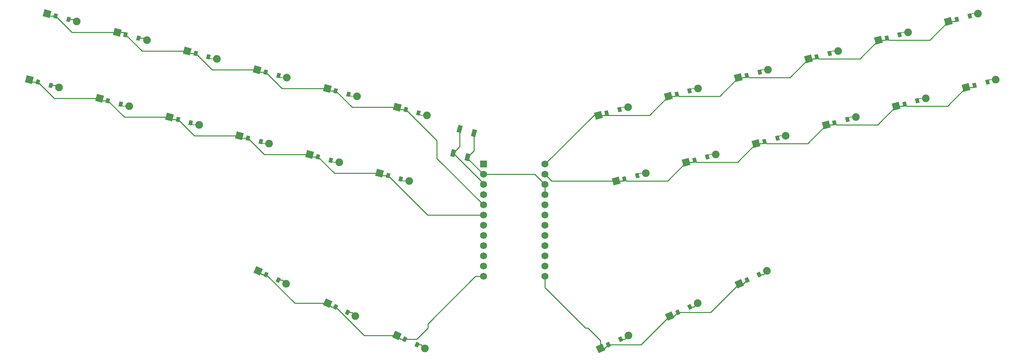
<source format=gbr>
%TF.GenerationSoftware,KiCad,Pcbnew,8.0.1*%
%TF.CreationDate,2024-08-13T22:00:52-05:00*%
%TF.ProjectId,tonyverse,746f6e79-7665-4727-9365-2e6b69636164,v1.0.0*%
%TF.SameCoordinates,Original*%
%TF.FileFunction,Copper,L1,Top*%
%TF.FilePolarity,Positive*%
%FSLAX46Y46*%
G04 Gerber Fmt 4.6, Leading zero omitted, Abs format (unit mm)*
G04 Created by KiCad (PCBNEW 8.0.1) date 2024-08-13 22:00:52*
%MOMM*%
%LPD*%
G01*
G04 APERTURE LIST*
G04 Aperture macros list*
%AMRotRect*
0 Rectangle, with rotation*
0 The origin of the aperture is its center*
0 $1 length*
0 $2 width*
0 $3 Rotation angle, in degrees counterclockwise*
0 Add horizontal line*
21,1,$1,$2,0,0,$3*%
G04 Aperture macros list end*
%TA.AperFunction,SMDPad,CuDef*%
%ADD10RotRect,1.800000X1.100000X255.000000*%
%TD*%
%TA.AperFunction,ComponentPad*%
%ADD11RotRect,1.778000X1.778000X345.000000*%
%TD*%
%TA.AperFunction,SMDPad,CuDef*%
%ADD12RotRect,0.900000X1.200000X345.000000*%
%TD*%
%TA.AperFunction,ComponentPad*%
%ADD13C,1.905000*%
%TD*%
%TA.AperFunction,ComponentPad*%
%ADD14RotRect,1.778000X1.778000X15.000000*%
%TD*%
%TA.AperFunction,SMDPad,CuDef*%
%ADD15RotRect,0.900000X1.200000X15.000000*%
%TD*%
%TA.AperFunction,ComponentPad*%
%ADD16RotRect,1.778000X1.778000X335.000000*%
%TD*%
%TA.AperFunction,SMDPad,CuDef*%
%ADD17RotRect,0.900000X1.200000X335.000000*%
%TD*%
%TA.AperFunction,ComponentPad*%
%ADD18RotRect,1.778000X1.778000X25.000000*%
%TD*%
%TA.AperFunction,SMDPad,CuDef*%
%ADD19RotRect,0.900000X1.200000X25.000000*%
%TD*%
%TA.AperFunction,ComponentPad*%
%ADD20R,1.752600X1.752600*%
%TD*%
%TA.AperFunction,ComponentPad*%
%ADD21C,1.752600*%
%TD*%
%TA.AperFunction,Conductor*%
%ADD22C,0.200000*%
%TD*%
%TA.AperFunction,Conductor*%
%ADD23C,0.250000*%
%TD*%
G04 APERTURE END LIST*
D10*
%TO.P,B1,1*%
%TO.N,GND*%
X165179172Y-145287097D03*
X163574494Y-151275837D03*
%TO.P,B1,2*%
%TO.N,RST*%
X161605246Y-144329467D03*
X160000568Y-150318207D03*
%TD*%
D11*
%TO.P,D7,1*%
%TO.N,P20*%
X106952970Y-145991032D03*
D12*
X109039369Y-146550084D03*
%TO.P,D7,2*%
%TO.N,middle_bottom*%
X112226925Y-147404184D03*
D13*
X114313324Y-147963236D03*
%TD*%
D11*
%TO.P,D8,1*%
%TO.N,P21*%
X111352894Y-129570293D03*
D12*
X113439293Y-130129345D03*
%TO.P,D8,2*%
%TO.N,middle_top*%
X116626849Y-130983445D03*
D13*
X118713248Y-131542497D03*
%TD*%
D14*
%TO.P,D24,1*%
%TO.N,P0*%
X217834506Y-152621979D03*
D15*
X219920905Y-152062927D03*
%TO.P,D24,2*%
%TO.N,mirror_index_bottom*%
X223108461Y-151208827D03*
D13*
X225194860Y-150649775D03*
%TD*%
D16*
%TO.P,D15,1*%
%TO.N,P10*%
X146041566Y-195661455D03*
D17*
X147999191Y-196574311D03*
%TO.P,D15,2*%
%TO.N,far_thumb*%
X150990007Y-197968951D03*
D13*
X152947632Y-198881807D03*
%TD*%
D18*
%TO.P,D28,1*%
%TO.N,P9*%
X231026559Y-182822313D03*
D19*
X232984184Y-181909457D03*
%TO.P,D28,2*%
%TO.N,mirror_near_thumb*%
X235975000Y-180514817D03*
D13*
X237932625Y-179601961D03*
%TD*%
D14*
%TO.P,D20,1*%
%TO.N,P0*%
X252607836Y-143304493D03*
D15*
X254694235Y-142745441D03*
%TO.P,D20,2*%
%TO.N,mirror_better_bottom*%
X257881791Y-141891341D03*
D13*
X259968190Y-141332289D03*
%TD*%
D14*
%TO.P,D16,1*%
%TO.N,P0*%
X287381166Y-133987008D03*
D15*
X289467565Y-133427956D03*
%TO.P,D16,2*%
%TO.N,mirror_pinky_bottom*%
X292655121Y-132573856D03*
D13*
X294741520Y-132014804D03*
%TD*%
D16*
%TO.P,D14,1*%
%TO.N,P10*%
X128821718Y-187631708D03*
D17*
X130779343Y-188544564D03*
%TO.P,D14,2*%
%TO.N,home_thumb*%
X133770159Y-189939204D03*
D13*
X135727784Y-190852060D03*
%TD*%
%TO.P,D1,2*%
%TO.N,pinky_bottom*%
X62153330Y-133987008D03*
D12*
X60066931Y-133427956D03*
%TO.P,D1,1*%
%TO.N,P20*%
X56879375Y-132573856D03*
D11*
X54792976Y-132014804D03*
%TD*%
D14*
%TO.P,D18,1*%
%TO.N,P0*%
X269994501Y-138645750D03*
D15*
X272080900Y-138086698D03*
%TO.P,D18,2*%
%TO.N,mirror_ring_bottom*%
X275268456Y-137232598D03*
D13*
X277354855Y-136673546D03*
%TD*%
D14*
%TO.P,D21,1*%
%TO.N,P1*%
X248207912Y-126883754D03*
D15*
X250294311Y-126324702D03*
%TO.P,D21,2*%
%TO.N,mirror_better_top*%
X253481867Y-125470602D03*
D13*
X255568266Y-124911550D03*
%TD*%
D11*
%TO.P,D12,1*%
%TO.N,P21*%
X146126224Y-138887779D03*
D12*
X148212623Y-139446831D03*
%TO.P,D12,2*%
%TO.N,inner_top*%
X151400179Y-140300931D03*
D13*
X153486578Y-140859983D03*
%TD*%
D14*
%TO.P,D27,1*%
%TO.N,P1*%
X196047918Y-140859983D03*
D15*
X198134317Y-140300931D03*
%TO.P,D27,2*%
%TO.N,mirror_inner_top*%
X201321873Y-139446831D03*
D13*
X203408272Y-138887779D03*
%TD*%
D20*
%TO.P,MCU1,1*%
%TO.N,RAW*%
X167527270Y-153037123D03*
D21*
%TO.P,MCU1,2*%
%TO.N,GND*%
X167527270Y-155577123D03*
%TO.P,MCU1,3*%
%TO.N,RST*%
X167527270Y-158117123D03*
%TO.P,MCU1,4*%
%TO.N,VCC*%
X167527270Y-160657123D03*
%TO.P,MCU1,5*%
%TO.N,P21*%
X167527270Y-163197123D03*
%TO.P,MCU1,6*%
%TO.N,P20*%
X167527270Y-165737123D03*
%TO.P,MCU1,7*%
%TO.N,P19*%
X167527270Y-168277123D03*
%TO.P,MCU1,8*%
%TO.N,P18*%
X167527270Y-170817123D03*
%TO.P,MCU1,9*%
%TO.N,P15*%
X167527270Y-173357123D03*
%TO.P,MCU1,10*%
%TO.N,P14*%
X167527270Y-175897123D03*
%TO.P,MCU1,11*%
%TO.N,P16*%
X167527270Y-178437123D03*
%TO.P,MCU1,12*%
%TO.N,P10*%
X167527270Y-180977123D03*
%TO.P,MCU1,13*%
%TO.N,P1*%
X182767270Y-153037123D03*
%TO.P,MCU1,14*%
%TO.N,P0*%
X182767270Y-155577123D03*
%TO.P,MCU1,15*%
%TO.N,GND*%
X182767270Y-158117123D03*
%TO.P,MCU1,16*%
X182767270Y-160657123D03*
%TO.P,MCU1,17*%
%TO.N,P2*%
X182767270Y-163197123D03*
%TO.P,MCU1,18*%
%TO.N,P3*%
X182767270Y-165737123D03*
%TO.P,MCU1,19*%
%TO.N,P4*%
X182767270Y-168277123D03*
%TO.P,MCU1,20*%
%TO.N,P5*%
X182767270Y-170817123D03*
%TO.P,MCU1,21*%
%TO.N,P6*%
X182767270Y-173357123D03*
%TO.P,MCU1,22*%
%TO.N,P7*%
X182767270Y-175897123D03*
%TO.P,MCU1,23*%
%TO.N,P8*%
X182767270Y-178437123D03*
%TO.P,MCU1,24*%
%TO.N,P9*%
X182767270Y-180977123D03*
%TD*%
D14*
%TO.P,D26,1*%
%TO.N,P0*%
X200447841Y-157280722D03*
D15*
X202534240Y-156721670D03*
%TO.P,D26,2*%
%TO.N,mirror_inner_bottom*%
X205721796Y-155867570D03*
D13*
X207808195Y-155308518D03*
%TD*%
D11*
%TO.P,D4,1*%
%TO.N,P21*%
X76579564Y-120252807D03*
D12*
X78665963Y-120811859D03*
%TO.P,D4,2*%
%TO.N,ring_top*%
X81853519Y-121665959D03*
D13*
X83939918Y-122225011D03*
%TD*%
D14*
%TO.P,D17,1*%
%TO.N,P1*%
X282981242Y-117566268D03*
D15*
X285067641Y-117007216D03*
%TO.P,D17,2*%
%TO.N,mirror_pinky_top*%
X288255197Y-116153116D03*
D13*
X290341596Y-115594064D03*
%TD*%
D11*
%TO.P,D2,1*%
%TO.N,P21*%
X59192899Y-115594064D03*
D12*
X61279298Y-116153116D03*
%TO.P,D2,2*%
%TO.N,pinky_top*%
X64466854Y-117007216D03*
D13*
X66553253Y-117566268D03*
%TD*%
D11*
%TO.P,D3,1*%
%TO.N,P20*%
X72179641Y-136673546D03*
D12*
X74266040Y-137232598D03*
%TO.P,D3,2*%
%TO.N,ring_bottom*%
X77453596Y-138086698D03*
D13*
X79539995Y-138645750D03*
%TD*%
D16*
%TO.P,D13,1*%
%TO.N,P10*%
X111601870Y-179601961D03*
D17*
X113559495Y-180514817D03*
%TO.P,D13,2*%
%TO.N,near_thumb*%
X116550311Y-181909457D03*
D13*
X118507936Y-182822313D03*
%TD*%
D14*
%TO.P,D19,1*%
%TO.N,P1*%
X265594577Y-122225011D03*
D15*
X267680976Y-121665959D03*
%TO.P,D19,2*%
%TO.N,mirror_ring_top*%
X270868532Y-120811859D03*
D13*
X272954931Y-120252807D03*
%TD*%
D14*
%TO.P,D23,1*%
%TO.N,P1*%
X230821247Y-131542497D03*
D15*
X232907646Y-130983445D03*
%TO.P,D23,2*%
%TO.N,mirror_middle_top*%
X236095202Y-130129345D03*
D13*
X238181601Y-129570293D03*
%TD*%
D11*
%TO.P,D10,1*%
%TO.N,P21*%
X128739559Y-134229036D03*
D12*
X130825958Y-134788088D03*
%TO.P,D10,2*%
%TO.N,index_top*%
X134013514Y-135642188D03*
D13*
X136099913Y-136201240D03*
%TD*%
D14*
%TO.P,D25,1*%
%TO.N,P1*%
X213434582Y-136201240D03*
D15*
X215520981Y-135642188D03*
%TO.P,D25,2*%
%TO.N,mirror_index_top*%
X218708537Y-134788088D03*
D13*
X220794936Y-134229036D03*
%TD*%
D18*
%TO.P,D30,1*%
%TO.N,P9*%
X196586863Y-198881807D03*
D19*
X198544488Y-197968951D03*
%TO.P,D30,2*%
%TO.N,mirror_far_thumb*%
X201535304Y-196574311D03*
D13*
X203492929Y-195661455D03*
%TD*%
D11*
%TO.P,D5,1*%
%TO.N,P20*%
X89566305Y-141332289D03*
D12*
X91652704Y-141891341D03*
%TO.P,D5,2*%
%TO.N,better_bottom*%
X94840260Y-142745441D03*
D13*
X96926659Y-143304493D03*
%TD*%
D14*
%TO.P,D22,1*%
%TO.N,P0*%
X235221171Y-147963236D03*
D15*
X237307570Y-147404184D03*
%TO.P,D22,2*%
%TO.N,mirror_middle_bottom*%
X240495126Y-146550084D03*
D13*
X242581525Y-145991032D03*
%TD*%
D11*
%TO.P,D6,1*%
%TO.N,P21*%
X93966229Y-124911550D03*
D12*
X96052628Y-125470602D03*
%TO.P,D6,2*%
%TO.N,better_top*%
X99240184Y-126324702D03*
D13*
X101326583Y-126883754D03*
%TD*%
D18*
%TO.P,D29,1*%
%TO.N,P9*%
X213806711Y-190852060D03*
D19*
X215764336Y-189939204D03*
%TO.P,D29,2*%
%TO.N,mirror_home_thumb*%
X218755152Y-188544564D03*
D13*
X220712777Y-187631708D03*
%TD*%
D11*
%TO.P,D9,1*%
%TO.N,P20*%
X124339635Y-150649775D03*
D12*
X126426034Y-151208827D03*
%TO.P,D9,2*%
%TO.N,index_bottom*%
X129613590Y-152062927D03*
D13*
X131699989Y-152621979D03*
%TD*%
D11*
%TO.P,D11,1*%
%TO.N,P20*%
X141726300Y-155308518D03*
D12*
X143812699Y-155867570D03*
%TO.P,D11,2*%
%TO.N,inner_bottom*%
X147000255Y-156721670D03*
D13*
X149086654Y-157280722D03*
%TD*%
D22*
%TO.N,mirror_inner_top*%
X201880925Y-138887779D02*
X203408272Y-138887779D01*
X201321873Y-139446831D02*
X201880925Y-138887779D01*
%TO.N,mirror_inner_bottom*%
X206280848Y-155308518D02*
X207808195Y-155308518D01*
X205721796Y-155867570D02*
X206280848Y-155308518D01*
%TO.N,mirror_index_top*%
X219267589Y-134229036D02*
X220794936Y-134229036D01*
X218708537Y-134788088D02*
X219267589Y-134229036D01*
%TO.N,mirror_index_bottom*%
X223667513Y-150649775D02*
X225194860Y-150649775D01*
X223108461Y-151208827D02*
X223667513Y-150649775D01*
%TO.N,mirror_middle_top*%
X236654254Y-129570293D02*
X238181601Y-129570293D01*
X236095202Y-130129345D02*
X236654254Y-129570293D01*
%TO.N,mirror_middle_bottom*%
X241054178Y-145991032D02*
X242581525Y-145991032D01*
X240495126Y-146550084D02*
X241054178Y-145991032D01*
%TO.N,mirror_better_top*%
X253481867Y-125470602D02*
X254040919Y-124911550D01*
X254040919Y-124911550D02*
X255568266Y-124911550D01*
%TO.N,mirror_better_bottom*%
X258440843Y-141332289D02*
X259968190Y-141332289D01*
X257881791Y-141891341D02*
X258440843Y-141332289D01*
%TO.N,mirror_ring_top*%
X271427584Y-120252807D02*
X272954931Y-120252807D01*
X270868532Y-120811859D02*
X271427584Y-120252807D01*
%TO.N,mirror_ring_bottom*%
X275827508Y-136673546D02*
X277354855Y-136673546D01*
X275268456Y-137232598D02*
X275827508Y-136673546D01*
%TO.N,mirror_pinky_top*%
X288814249Y-115594064D02*
X290341596Y-115594064D01*
X288255197Y-116153116D02*
X288814249Y-115594064D01*
%TO.N,mirror_pinky_bottom*%
X293214173Y-132014804D02*
X292655121Y-132573856D01*
X294741520Y-132014804D02*
X293214173Y-132014804D01*
%TO.N,better_top*%
X99799236Y-126883754D02*
X101326583Y-126883754D01*
X99240184Y-126324702D02*
X99799236Y-126883754D01*
%TO.N,middle_top*%
X117185901Y-131542497D02*
X118713248Y-131542497D01*
X116626849Y-130983445D02*
X117185901Y-131542497D01*
%TO.N,index_top*%
X134572566Y-136201240D02*
X136099913Y-136201240D01*
X134013514Y-135642188D02*
X134572566Y-136201240D01*
%TO.N,inner_top*%
X151959231Y-140859983D02*
X153486578Y-140859983D01*
X151400179Y-140300931D02*
X151959231Y-140859983D01*
%TO.N,inner_bottom*%
X147559307Y-157280722D02*
X149086654Y-157280722D01*
X147000255Y-156721670D02*
X147559307Y-157280722D01*
%TO.N,index_bottom*%
X129613590Y-152062927D02*
X130172642Y-152621979D01*
X130172642Y-152621979D02*
X131699989Y-152621979D01*
%TO.N,middle_bottom*%
X112785977Y-147963236D02*
X114313324Y-147963236D01*
X112226925Y-147404184D02*
X112785977Y-147963236D01*
%TO.N,better_bottom*%
X95399312Y-143304493D02*
X96926659Y-143304493D01*
X94840260Y-142745441D02*
X95399312Y-143304493D01*
%TO.N,ring_bottom*%
X78012648Y-138645750D02*
X79539995Y-138645750D01*
X77453596Y-138086698D02*
X78012648Y-138645750D01*
D23*
%TO.N,pinky_bottom*%
X60066931Y-133427957D02*
X61594280Y-133427957D01*
X61594280Y-133427957D02*
X62153330Y-133987007D01*
%TO.N,pinky_top*%
X65994203Y-117007217D02*
X66553253Y-117566267D01*
X64466854Y-117007217D02*
X65994203Y-117007217D01*
%TO.N,ring_top*%
X81853519Y-121665960D02*
X83380868Y-121665960D01*
X83380868Y-121665960D02*
X83939918Y-122225010D01*
%TO.N,near_thumb*%
X117595080Y-181909457D02*
X118507936Y-182822313D01*
X116550311Y-181909457D02*
X117595080Y-181909457D01*
%TO.N,home_thumb*%
X134814928Y-189939204D02*
X135727784Y-190852060D01*
X133770159Y-189939204D02*
X134814928Y-189939204D01*
%TO.N,far_thumb*%
X152034776Y-197968951D02*
X152947632Y-198881807D01*
X150990007Y-197968951D02*
X152034776Y-197968951D01*
%TO.N,mirror_near_thumb*%
X237019769Y-180514817D02*
X237932625Y-179601961D01*
X235975000Y-180514817D02*
X237019769Y-180514817D01*
%TO.N,mirror_home_thumb*%
X218755152Y-188544564D02*
X219799921Y-188544564D01*
X219799921Y-188544564D02*
X220712777Y-187631708D01*
%TO.N,mirror_far_thumb*%
X201535304Y-196574311D02*
X202580073Y-196574311D01*
X202580073Y-196574311D02*
X203492929Y-195661455D01*
%TO.N,P20*%
X89566305Y-141332290D02*
X78365733Y-141332290D01*
X142285350Y-155867569D02*
X141726300Y-155308519D01*
X106952970Y-145991033D02*
X95752397Y-145991033D01*
X124898685Y-151208826D02*
X124339635Y-150649776D01*
X126426034Y-151208826D02*
X124898685Y-151208826D01*
X124339635Y-150649776D02*
X113139062Y-150649776D01*
X72179641Y-136673547D02*
X60979067Y-136673547D01*
X109039369Y-146550083D02*
X107512020Y-146550083D01*
X143812699Y-155867569D02*
X142285350Y-155867569D01*
X78365733Y-141332290D02*
X74266040Y-137232597D01*
X91652704Y-141891340D02*
X90125355Y-141891340D01*
X72738691Y-137232597D02*
X72179641Y-136673547D01*
X60979067Y-136673547D02*
X56879375Y-132573855D01*
X55352026Y-132573855D02*
X54792976Y-132014805D01*
X74266040Y-137232597D02*
X72738691Y-137232597D01*
X90125355Y-141891340D02*
X89566305Y-141332290D01*
X95752397Y-145991033D02*
X91652704Y-141891340D01*
X113139062Y-150649776D02*
X109039369Y-146550083D01*
X107512020Y-146550083D02*
X106952970Y-145991033D01*
X167527270Y-165737123D02*
X153682253Y-165737123D01*
X130525727Y-155308519D02*
X126426034Y-151208826D01*
X56879375Y-132573855D02*
X55352026Y-132573855D01*
X141726300Y-155308519D02*
X130525727Y-155308519D01*
X153682253Y-165737123D02*
X143812699Y-155867569D01*
%TO.N,P21*%
X82765656Y-124911551D02*
X78665963Y-120811858D01*
X113439293Y-130129344D02*
X111911944Y-130129344D01*
X129298609Y-134788087D02*
X128739559Y-134229037D01*
X155950000Y-151619853D02*
X155950000Y-147184207D01*
X65378991Y-120252808D02*
X61279298Y-116153115D01*
X146126224Y-138887780D02*
X134925651Y-138887780D01*
X76579564Y-120252808D02*
X78106913Y-120252808D01*
X59751949Y-116153115D02*
X59192899Y-115594065D01*
X78106913Y-120252808D02*
X78665963Y-120811858D01*
X111911944Y-130129344D02*
X111352894Y-129570294D01*
X111352894Y-129570294D02*
X100152321Y-129570294D01*
X134925651Y-138887780D02*
X130825958Y-134788087D01*
X148212623Y-139446830D02*
X146685274Y-139446830D01*
X100152321Y-129570294D02*
X96052628Y-125470601D01*
X117538986Y-134229037D02*
X113439293Y-130129344D01*
X130825958Y-134788087D02*
X129298609Y-134788087D01*
X93966229Y-124911551D02*
X82765656Y-124911551D01*
X155950000Y-147184207D02*
X148212623Y-139446830D01*
X167527270Y-163197123D02*
X155950000Y-151619853D01*
X146685274Y-139446830D02*
X146126224Y-138887780D01*
X94525279Y-125470601D02*
X93966229Y-124911551D01*
X128739559Y-134229037D02*
X117538986Y-134229037D01*
X61279298Y-116153115D02*
X59751949Y-116153115D01*
X76579564Y-120252808D02*
X65378991Y-120252808D01*
X96052628Y-125470601D02*
X94525279Y-125470601D01*
%TO.N,P10*%
X150925689Y-196574311D02*
X147999191Y-196574311D01*
X167527270Y-180977123D02*
X165522877Y-180977123D01*
X130779343Y-188544564D02*
X129734574Y-188544564D01*
X120676386Y-187631708D02*
X113559495Y-180514817D01*
X128821718Y-187631708D02*
X120676386Y-187631708D01*
X165522877Y-180977123D02*
X153697190Y-192802810D01*
X137896234Y-195661455D02*
X130779343Y-188544564D01*
X146041566Y-195661455D02*
X137896234Y-195661455D01*
X112514726Y-180514817D02*
X111601870Y-179601961D01*
X153697190Y-193802810D02*
X150925689Y-196574311D01*
X146954422Y-196574311D02*
X146041566Y-195661455D01*
X153697190Y-192802810D02*
X153697190Y-193802810D01*
X129734574Y-188544564D02*
X128821718Y-187631708D01*
X113559495Y-180514817D02*
X112514726Y-180514817D01*
X147999191Y-196574311D02*
X146954422Y-196574311D01*
%TO.N,P0*%
X254135185Y-143304492D02*
X254694235Y-142745442D01*
X254694235Y-142745442D02*
X255184133Y-143235340D01*
X272570798Y-138576597D02*
X282791576Y-138576597D01*
X203024138Y-157211569D02*
X213244915Y-157211569D01*
X255184133Y-143235340D02*
X265404910Y-143235340D01*
X282791576Y-138576597D02*
X287381166Y-133987007D01*
X248018245Y-147894083D02*
X252607836Y-143304492D01*
X269994501Y-138645749D02*
X271521850Y-138645749D01*
X184470868Y-157280721D02*
X200447841Y-157280721D01*
X235221171Y-147963235D02*
X236748520Y-147963235D01*
X219361855Y-152621978D02*
X219920905Y-152062928D01*
X202534240Y-156721671D02*
X203024138Y-157211569D01*
X182767270Y-155577123D02*
X184470868Y-157280721D01*
X265404910Y-143235340D02*
X269994501Y-138645749D01*
X219920905Y-152062928D02*
X220410803Y-152552826D01*
X237797468Y-147894083D02*
X248018245Y-147894083D01*
X287381166Y-133987007D02*
X288908515Y-133987007D01*
X271521850Y-138645749D02*
X272080900Y-138086699D01*
X220410803Y-152552826D02*
X230631580Y-152552826D01*
X217834506Y-152621978D02*
X219361855Y-152621978D01*
X213244915Y-157211569D02*
X217834506Y-152621978D01*
X252607836Y-143304492D02*
X254135185Y-143304492D01*
X272080900Y-138086699D02*
X272570798Y-138576597D01*
X201975190Y-157280721D02*
X202534240Y-156721671D01*
X288908515Y-133987007D02*
X289467565Y-133427957D01*
X200447841Y-157280721D02*
X201975190Y-157280721D01*
X230631580Y-152552826D02*
X235221171Y-147963235D01*
X237307570Y-147404185D02*
X237797468Y-147894083D01*
X236748520Y-147963235D02*
X237307570Y-147404185D01*
%TO.N,P1*%
X282981242Y-117566267D02*
X284508591Y-117566267D01*
X250784209Y-126814601D02*
X261004986Y-126814601D01*
X284508591Y-117566267D02*
X285067641Y-117007217D01*
X226231656Y-136132087D02*
X230821247Y-131542496D01*
X196047918Y-140859982D02*
X197575267Y-140859982D01*
X268170874Y-122155858D02*
X278391651Y-122155858D01*
X230821247Y-131542496D02*
X232348596Y-131542496D01*
X213434582Y-136201239D02*
X214961931Y-136201239D01*
X243618321Y-131473344D02*
X248207912Y-126883753D01*
X208775839Y-140859982D02*
X213434582Y-136201239D01*
X182767270Y-153037123D02*
X194944411Y-140859982D01*
X261004986Y-126814601D02*
X265594577Y-122225010D01*
X250294311Y-126324703D02*
X250784209Y-126814601D01*
X233397544Y-131473344D02*
X243618321Y-131473344D01*
X197575267Y-140859982D02*
X198134317Y-140300932D01*
X216010879Y-136132087D02*
X226231656Y-136132087D01*
X215520981Y-135642189D02*
X216010879Y-136132087D01*
X249735261Y-126883753D02*
X250294311Y-126324703D01*
X278391651Y-122155858D02*
X282981242Y-117566267D01*
X232907646Y-130983446D02*
X233397544Y-131473344D01*
X248207912Y-126883753D02*
X249735261Y-126883753D01*
X214961931Y-136201239D02*
X215520981Y-135642189D01*
X197575267Y-140859982D02*
X208775839Y-140859982D01*
X267680976Y-121665960D02*
X268170874Y-122155858D01*
X194944411Y-140859982D02*
X196047918Y-140859982D01*
X265594577Y-122225010D02*
X267121926Y-122225010D01*
X232348596Y-131542496D02*
X232907646Y-130983446D01*
X267121926Y-122225010D02*
X267680976Y-121665960D01*
%TO.N,P9*%
X198544488Y-197968951D02*
X206689820Y-197968951D01*
X192838592Y-193838592D02*
X182767270Y-183767270D01*
X214851480Y-190852060D02*
X215764336Y-189939204D01*
X197631632Y-198881807D02*
X198544488Y-197968951D01*
X196586863Y-196975559D02*
X193449896Y-193838592D01*
X223909668Y-189939204D02*
X231026559Y-182822313D01*
X215764336Y-189939204D02*
X223909668Y-189939204D01*
X193449896Y-193838592D02*
X192838592Y-193838592D01*
X182767270Y-183767270D02*
X182767270Y-180977123D01*
X231026559Y-182822313D02*
X232071328Y-182822313D01*
X196586863Y-198881807D02*
X196586863Y-196975559D01*
X232071328Y-182822313D02*
X232984184Y-181909457D01*
X213806711Y-190852060D02*
X214851480Y-190852060D01*
X206689820Y-197968951D02*
X213806711Y-190852060D01*
X196586863Y-198881807D02*
X197631632Y-198881807D01*
%TO.N,GND*%
X163574494Y-151624347D02*
X167527270Y-155577123D01*
X167527270Y-155577123D02*
X180227270Y-155577123D01*
X180227270Y-155577123D02*
X182767270Y-158117123D01*
X182767270Y-158117123D02*
X182767270Y-160657123D01*
X165179172Y-145287097D02*
X165179172Y-149671159D01*
X165179172Y-149671159D02*
X163574494Y-151275837D01*
X163574494Y-151275837D02*
X163574494Y-151624347D01*
%TO.N,RST*%
X160000568Y-150318207D02*
X167527270Y-157844909D01*
X161605246Y-148713529D02*
X160000568Y-150318207D01*
X161605246Y-144329467D02*
X161605246Y-148713529D01*
X167527270Y-157844909D02*
X167527270Y-158117123D01*
%TD*%
M02*

</source>
